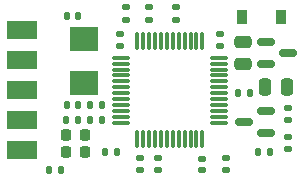
<source format=gbr>
G04 #@! TF.GenerationSoftware,KiCad,Pcbnew,6.0.7+dfsg-3*
G04 #@! TF.CreationDate,2022-10-18T14:34:48+08:00*
G04 #@! TF.ProjectId,stlink,73746c69-6e6b-42e6-9b69-6361645f7063,f*
G04 #@! TF.SameCoordinates,PX5c07920PY68e7780*
G04 #@! TF.FileFunction,Paste,Top*
G04 #@! TF.FilePolarity,Positive*
%FSLAX46Y46*%
G04 Gerber Fmt 4.6, Leading zero omitted, Abs format (unit mm)*
G04 Created by KiCad (PCBNEW 6.0.7+dfsg-3) date 2022-10-18 14:34:48*
%MOMM*%
%LPD*%
G01*
G04 APERTURE LIST*
G04 Aperture macros list*
%AMRoundRect*
0 Rectangle with rounded corners*
0 $1 Rounding radius*
0 $2 $3 $4 $5 $6 $7 $8 $9 X,Y pos of 4 corners*
0 Add a 4 corners polygon primitive as box body*
4,1,4,$2,$3,$4,$5,$6,$7,$8,$9,$2,$3,0*
0 Add four circle primitives for the rounded corners*
1,1,$1+$1,$2,$3*
1,1,$1+$1,$4,$5*
1,1,$1+$1,$6,$7*
1,1,$1+$1,$8,$9*
0 Add four rect primitives between the rounded corners*
20,1,$1+$1,$2,$3,$4,$5,0*
20,1,$1+$1,$4,$5,$6,$7,0*
20,1,$1+$1,$6,$7,$8,$9,0*
20,1,$1+$1,$8,$9,$2,$3,0*%
G04 Aperture macros list end*
%ADD10RoundRect,0.150000X-0.587500X-0.150000X0.587500X-0.150000X0.587500X0.150000X-0.587500X0.150000X0*%
%ADD11RoundRect,0.250000X0.250000X0.475000X-0.250000X0.475000X-0.250000X-0.475000X0.250000X-0.475000X0*%
%ADD12RoundRect,0.250000X0.475000X-0.250000X0.475000X0.250000X-0.475000X0.250000X-0.475000X-0.250000X0*%
%ADD13RoundRect,0.135000X0.135000X0.185000X-0.135000X0.185000X-0.135000X-0.185000X0.135000X-0.185000X0*%
%ADD14RoundRect,0.140000X0.170000X-0.140000X0.170000X0.140000X-0.170000X0.140000X-0.170000X-0.140000X0*%
%ADD15RoundRect,0.140000X-0.170000X0.140000X-0.170000X-0.140000X0.170000X-0.140000X0.170000X0.140000X0*%
%ADD16RoundRect,0.140000X0.140000X0.170000X-0.140000X0.170000X-0.140000X-0.170000X0.140000X-0.170000X0*%
%ADD17RoundRect,0.140000X-0.140000X-0.170000X0.140000X-0.170000X0.140000X0.170000X-0.140000X0.170000X0*%
%ADD18RoundRect,0.218750X-0.218750X-0.256250X0.218750X-0.256250X0.218750X0.256250X-0.218750X0.256250X0*%
%ADD19RoundRect,0.135000X-0.135000X-0.185000X0.135000X-0.185000X0.135000X0.185000X-0.135000X0.185000X0*%
%ADD20R,0.900000X1.200000*%
%ADD21RoundRect,0.075000X-0.662500X-0.075000X0.662500X-0.075000X0.662500X0.075000X-0.662500X0.075000X0*%
%ADD22RoundRect,0.075000X-0.075000X-0.662500X0.075000X-0.662500X0.075000X0.662500X-0.075000X0.662500X0*%
%ADD23RoundRect,0.135000X-0.185000X0.135000X-0.185000X-0.135000X0.185000X-0.135000X0.185000X0.135000X0*%
%ADD24RoundRect,0.135000X0.185000X-0.135000X0.185000X0.135000X-0.185000X0.135000X-0.185000X-0.135000X0*%
%ADD25RoundRect,0.150000X0.587500X0.150000X-0.587500X0.150000X-0.587500X-0.150000X0.587500X-0.150000X0*%
%ADD26R,2.400000X2.000000*%
%ADD27R,2.540000X1.524000*%
G04 APERTURE END LIST*
D10*
G04 #@! TO.C,U1*
X34642500Y24082000D03*
X34642500Y22182000D03*
X36517500Y23132000D03*
G04 #@! TD*
D11*
G04 #@! TO.C,C4*
X36450000Y20250000D03*
X34550000Y20250000D03*
G04 #@! TD*
D12*
G04 #@! TO.C,C5*
X32650000Y22182000D03*
X32650000Y24082000D03*
G04 #@! TD*
D13*
G04 #@! TO.C,R3*
X33260000Y19800000D03*
X32240000Y19800000D03*
G04 #@! TD*
D14*
G04 #@! TO.C,C6*
X22250000Y23770000D03*
X22250000Y24730000D03*
G04 #@! TD*
G04 #@! TO.C,C7*
X30750000Y23770000D03*
X30750000Y24730000D03*
G04 #@! TD*
D15*
G04 #@! TO.C,C8*
X29230000Y14214000D03*
X29230000Y13254000D03*
G04 #@! TD*
D16*
G04 #@! TO.C,C9*
X20730000Y17500000D03*
X19770000Y17500000D03*
G04 #@! TD*
G04 #@! TO.C,C2*
X18730000Y26250000D03*
X17770000Y26250000D03*
G04 #@! TD*
D17*
G04 #@! TO.C,C3*
X17770000Y18750000D03*
X18730000Y18750000D03*
G04 #@! TD*
D18*
G04 #@! TO.C,D2*
X17712500Y14750000D03*
X19287500Y14750000D03*
G04 #@! TD*
G04 #@! TO.C,D3*
X17712500Y16250000D03*
X19287500Y16250000D03*
G04 #@! TD*
D19*
G04 #@! TO.C,R12*
X20990000Y14750000D03*
X22010000Y14750000D03*
G04 #@! TD*
D20*
G04 #@! TO.C,D1*
X32600000Y26180000D03*
X35900000Y26180000D03*
G04 #@! TD*
D21*
G04 #@! TO.C,U2*
X22337500Y22750000D03*
X22337500Y22250000D03*
X22337500Y21750000D03*
X22337500Y21250000D03*
X22337500Y20750000D03*
X22337500Y20250000D03*
X22337500Y19750000D03*
X22337500Y19250000D03*
X22337500Y18750000D03*
X22337500Y18250000D03*
X22337500Y17750000D03*
X22337500Y17250000D03*
D22*
X23750000Y15837500D03*
X24250000Y15837500D03*
X24750000Y15837500D03*
X25250000Y15837500D03*
X25750000Y15837500D03*
X26250000Y15837500D03*
X26750000Y15837500D03*
X27250000Y15837500D03*
X27750000Y15837500D03*
X28250000Y15837500D03*
X28750000Y15837500D03*
X29250000Y15837500D03*
D21*
X30662500Y17250000D03*
X30662500Y17750000D03*
X30662500Y18250000D03*
X30662500Y18750000D03*
X30662500Y19250000D03*
X30662500Y19750000D03*
X30662500Y20250000D03*
X30662500Y20750000D03*
X30662500Y21250000D03*
X30662500Y21750000D03*
X30662500Y22250000D03*
X30662500Y22750000D03*
D22*
X29250000Y24162500D03*
X28750000Y24162500D03*
X28250000Y24162500D03*
X27750000Y24162500D03*
X27250000Y24162500D03*
X26750000Y24162500D03*
X26250000Y24162500D03*
X25750000Y24162500D03*
X25250000Y24162500D03*
X24750000Y24162500D03*
X24250000Y24162500D03*
X23750000Y24162500D03*
G04 #@! TD*
D16*
G04 #@! TO.C,C1*
X20730000Y18750000D03*
X19770000Y18750000D03*
G04 #@! TD*
D13*
G04 #@! TO.C,R1*
X18760000Y17500000D03*
X17740000Y17500000D03*
G04 #@! TD*
D23*
G04 #@! TO.C,R2*
X27000000Y27010000D03*
X27000000Y25990000D03*
G04 #@! TD*
D24*
G04 #@! TO.C,R9*
X31262000Y13224000D03*
X31262000Y14244000D03*
G04 #@! TD*
D25*
G04 #@! TO.C,Q1*
X34612500Y16340000D03*
X34612500Y18240000D03*
X32737500Y17290000D03*
G04 #@! TD*
D24*
G04 #@! TO.C,R4*
X36500000Y17490000D03*
X36500000Y18510000D03*
G04 #@! TD*
G04 #@! TO.C,R5*
X36500000Y14990000D03*
X36500000Y16010000D03*
G04 #@! TD*
D23*
G04 #@! TO.C,R7*
X24750000Y27010000D03*
X24750000Y25990000D03*
G04 #@! TD*
G04 #@! TO.C,R8*
X22750000Y27010000D03*
X22750000Y25990000D03*
G04 #@! TD*
G04 #@! TO.C,R10*
X25500000Y14260000D03*
X25500000Y13240000D03*
G04 #@! TD*
D19*
G04 #@! TO.C,R6*
X33990000Y14750000D03*
X35010000Y14750000D03*
G04 #@! TD*
D26*
G04 #@! TO.C,Y1*
X19250000Y24350000D03*
X19250000Y20650000D03*
G04 #@! TD*
D13*
G04 #@! TO.C,R13*
X17310000Y13250000D03*
X16290000Y13250000D03*
G04 #@! TD*
D24*
G04 #@! TO.C,R11*
X24000000Y13240000D03*
X24000000Y14260000D03*
G04 #@! TD*
D27*
G04 #@! TO.C,J2*
X14000000Y25080000D03*
X14000000Y22540000D03*
X14000000Y20000000D03*
X14000000Y17460000D03*
X14000000Y14920000D03*
G04 #@! TD*
M02*

</source>
